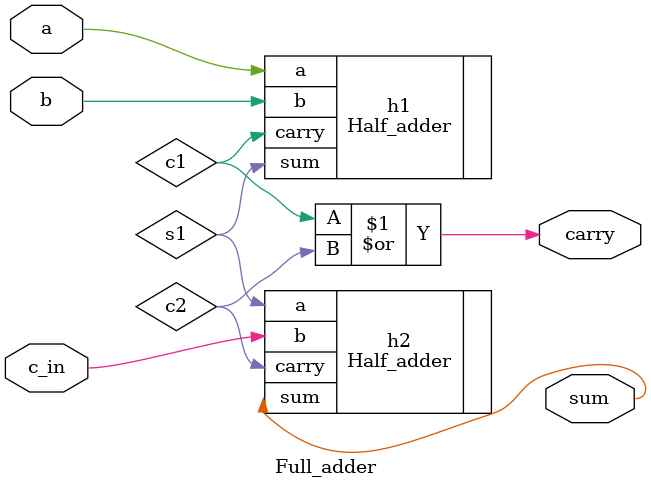
<source format=v>
module Full_adder(
	input a,b,c_in,
	output sum,carry);
	
	wire s1,c1,c2;
	
	Half_adder h1(.a(a),.b(b),.sum(s1),.carry(c1));
	Half_adder h2(.a(s1),.b(c_in),.sum(sum),.carry(c2));
	assign carry = c1 | c2;
	
	
endmodule
	
	
</source>
